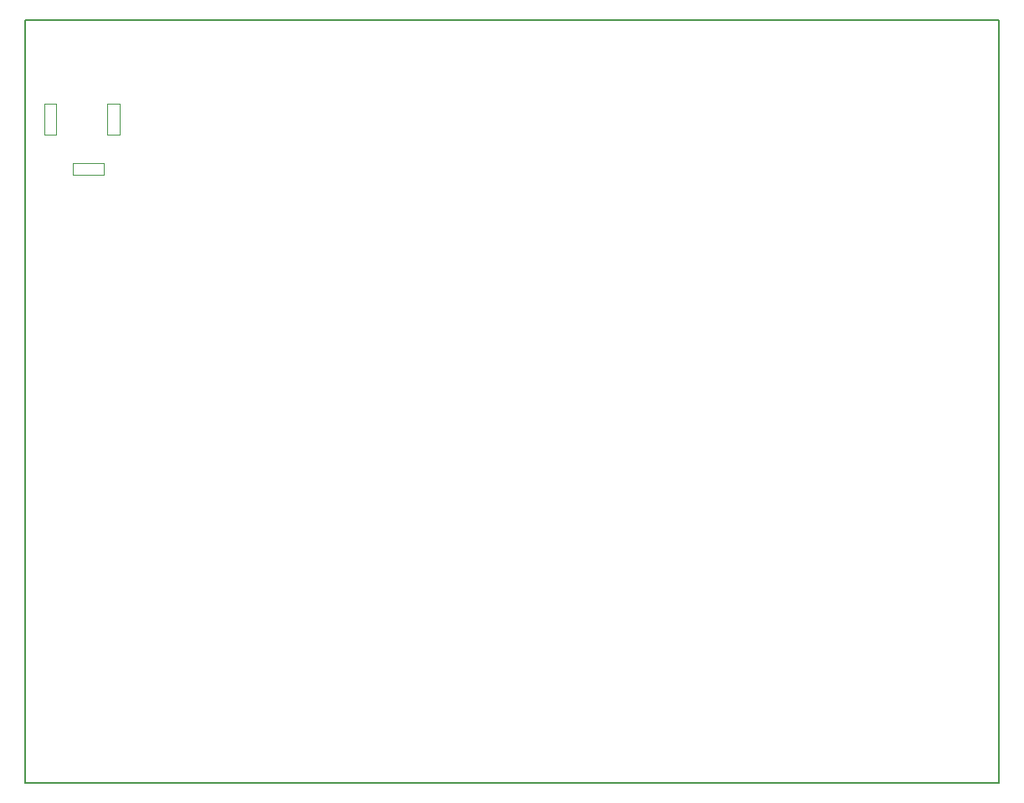
<source format=gbr>
%TF.GenerationSoftware,Altium Limited,Altium Designer,21.8.1 (53)*%
G04 Layer_Color=16711935*
%FSLAX44Y44*%
%MOMM*%
%TF.SameCoordinates,91520053-62E4-4428-80EE-1A014EE8D518*%
%TF.FilePolarity,Positive*%
%TF.FileFunction,Keep-out,Top*%
%TF.Part,Single*%
G01*
G75*
%TA.AperFunction,NonConductor*%
%ADD36C,0.1000*%
%ADD37C,0.2000*%
D36*
X19400Y656000D02*
X31400D01*
X19400Y687800D02*
X31400D01*
Y656000D02*
Y687800D01*
X19400Y656000D02*
Y687800D01*
X47900Y615200D02*
X79500D01*
X47900Y627100D02*
X79500D01*
Y615200D02*
Y627100D01*
X47900Y615200D02*
Y627100D01*
X83100Y656200D02*
X95100D01*
X83100Y687600D02*
X95100D01*
Y656200D02*
Y687600D01*
X83100Y656200D02*
Y687600D01*
D37*
X0Y0D02*
Y772160D01*
Y0D02*
X984250D01*
X984250Y772160D02*
X984250Y0D01*
X0Y772160D02*
X984250D01*
%TF.MD5,ce4ccd0eef546faf4bbd7b9846f91080*%
M02*

</source>
